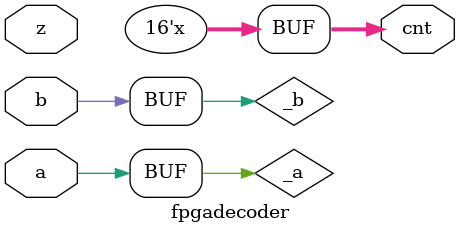
<source format=v>
/* verilator lint_off UNOPTFLAT */

// Decoding quadrature encoders with FPGA.
//
//           _______         _______
//  A ______|       |_______|       |______
//       _______         _______         __
//  B __|       |_______|       |_______|
//
// Calling `a` and `b` the current states of phase A and phase B and
// `_a` and `_b` its previous states:
//
// Forward direction ( --> )
// _a _b    a  b
// -------------
//  0  0 |  0  1
//  0  1 |  1  1
//  1  1 |  1  0
//  1  0 |  0  0
//
// Backward direction ( <-- )
// _a _b    a  b
// -------------
//  0  0 |  1  0
//  1  0 |  1  1
//  1  1 |  0  1
//  0  1 |  0  0
//
// In short, if b and _a are different the encoder is moving forward,
// if they are equal it is moving backward. Translated in Verilog:
//
//      forward = b ^ _a;
//
module fpgadecoder(output reg [15:0] cnt = 0, input a, input b, input z);
    reg forward = 0;// Current direction, used when a step is skipped
    reg _a = 0;     // Previous state of a phase
    reg _b = 0;     // Previous state of b phase
    reg achange, bchange;

    always @(a or b) begin
        // Not sure this is the best way to reuse expressions
        achange = a ^ _a;
        bchange = b ^ _b;
        if (achange & bchange) begin
            // Rotation too quick: one step skipped
            cnt = forward ? cnt + 2 : cnt - 2;
        end else if (achange | bchange) begin
            // Normal rotation
            forward = b ^ _a;
            cnt = forward ? cnt + 1 : cnt - 1;
        end
        _a = a;
        _b = b;
    end

    always @(posedge z) begin
        cnt = 0;
    end
endmodule

</source>
